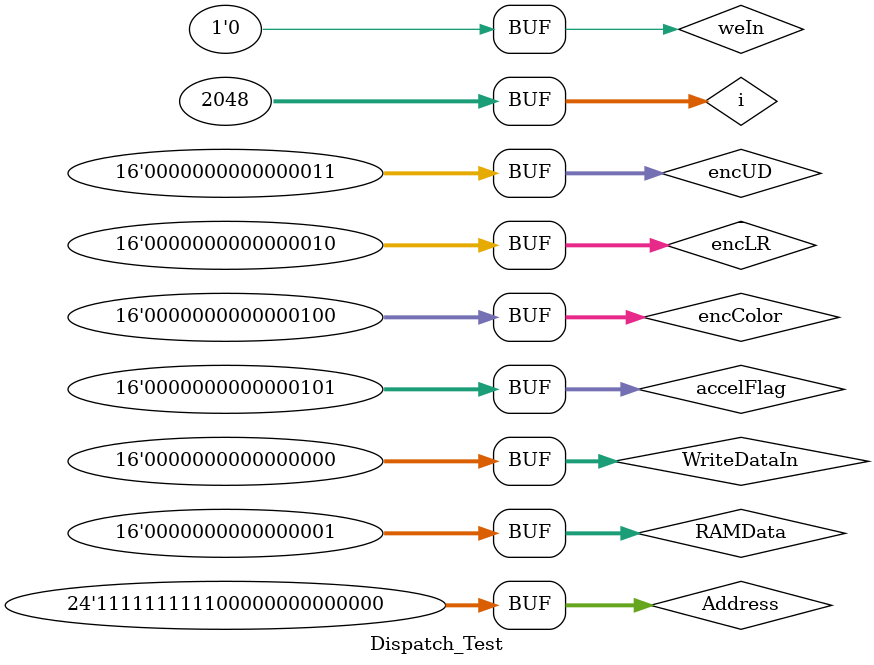
<source format=v>
`timescale 1ns / 1ps


module Dispatch_Test;

	// Inputs
	reg [23:0] Address;
	reg [15:0] RAMData;
	reg [15:0] encLR;
	reg [15:0] encUD;
	reg [15:0] encColor;
	reg [15:0] accelFlag;
	reg weIn;
	reg [15:0] WriteDataIn;

	// Outputs
	wire [15:0] WriteDataOut;
	wire [15:0] ReadDataOut;
	wire weOut;
	wire [15:0] AddressOut;

	// Instantiate the Unit Under Test (UUT)
	Dispatch uut (
		.Address(Address), 
		.RAMData(RAMData), 
		.encLR(encLR), 
		.encUD(encUD), 
		.encColor(encColor), 
		.accelFlag(accelFlag), 
		.weIn(weIn), 
		.WriteDataIn(WriteDataIn), 
		.WriteDataOut(WriteDataOut), 
		.ReadDataOut(ReadDataOut), 
		.weOut(weOut), 
		.AddressOut(AddressOut)
	);
integer i;
	initial begin
		// Initialize Inputs
		Address = 0;
		RAMData = 16'd1;
		encLR = 16'd2;
		encUD = 16'd3;
		encColor = 16'd4;
		accelFlag = 16'd5;
		weIn = 0;
		WriteDataIn = 16'd0;

		// Wait 100 ns for global reset to finish
		#1;
        
		// Add stimulus here
		for (i = 0; i <2048; i = i+1)
		begin
			Address[24:14] = i;
			#1;
		end
	end
      
endmodule


</source>
